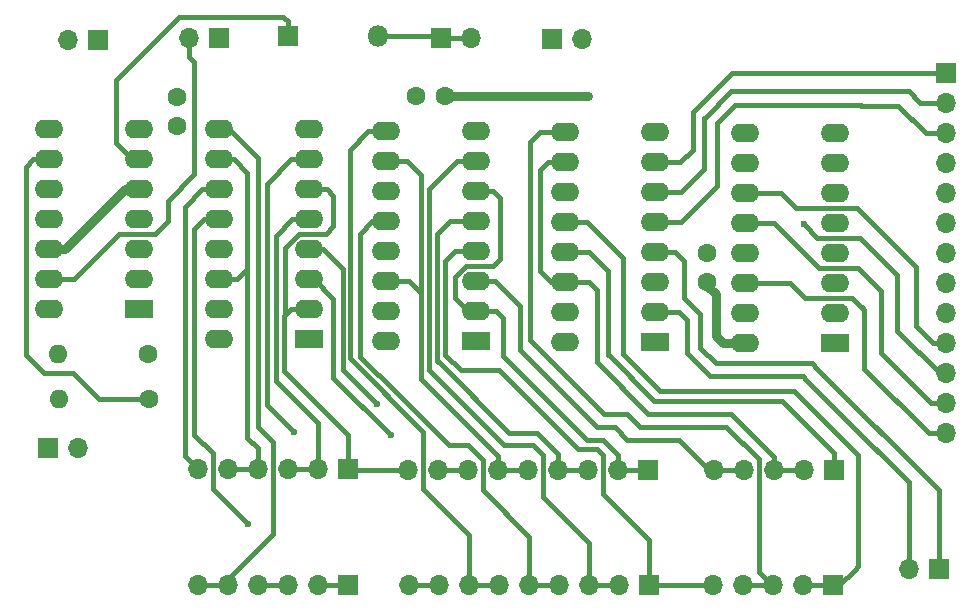
<source format=gtl>
G04 #@! TF.FileFunction,Copper,L1,Top,Signal*
%FSLAX46Y46*%
G04 Gerber Fmt 4.6, Leading zero omitted, Abs format (unit mm)*
G04 Created by KiCad (PCBNEW 4.0.4-stable) date 07/15/17 23:55:16*
%MOMM*%
%LPD*%
G01*
G04 APERTURE LIST*
%ADD10C,0.100000*%
%ADD11C,1.600000*%
%ADD12R,1.800000X1.800000*%
%ADD13O,1.800000X1.800000*%
%ADD14R,1.700000X1.700000*%
%ADD15O,1.700000X1.700000*%
%ADD16R,2.400000X1.600000*%
%ADD17O,2.400000X1.600000*%
%ADD18O,1.600000X1.600000*%
%ADD19C,0.600000*%
%ADD20C,0.750000*%
%ADD21C,0.400000*%
G04 APERTURE END LIST*
D10*
D11*
X185013600Y-83108800D03*
X185013600Y-80608800D03*
X140106400Y-69900800D03*
X140106400Y-67400800D03*
X162814000Y-67310000D03*
X160314000Y-67310000D03*
D12*
X149479000Y-62306200D03*
D13*
X157099000Y-62306200D03*
D14*
X195757800Y-99034600D03*
D15*
X193217800Y-99034600D03*
X190677800Y-99034600D03*
X188137800Y-99034600D03*
X185597800Y-99034600D03*
D14*
X195656200Y-108788200D03*
D15*
X193116200Y-108788200D03*
X190576200Y-108788200D03*
X188036200Y-108788200D03*
X185496200Y-108788200D03*
D14*
X179984400Y-98983800D03*
D15*
X177444400Y-98983800D03*
X174904400Y-98983800D03*
X172364400Y-98983800D03*
X169824400Y-98983800D03*
X167284400Y-98983800D03*
X164744400Y-98983800D03*
X162204400Y-98983800D03*
X159664400Y-98983800D03*
D14*
X180111400Y-108788200D03*
D15*
X177571400Y-108788200D03*
X175031400Y-108788200D03*
X172491400Y-108788200D03*
X169951400Y-108788200D03*
X167411400Y-108788200D03*
X164871400Y-108788200D03*
X162331400Y-108788200D03*
X159791400Y-108788200D03*
D14*
X154584400Y-98958400D03*
D15*
X152044400Y-98958400D03*
X149504400Y-98958400D03*
X146964400Y-98958400D03*
X144424400Y-98958400D03*
X141884400Y-98958400D03*
D14*
X154559000Y-108788200D03*
D15*
X152019000Y-108788200D03*
X149479000Y-108788200D03*
X146939000Y-108788200D03*
X144399000Y-108788200D03*
X141859000Y-108788200D03*
D14*
X205232000Y-65430400D03*
D15*
X205232000Y-67970400D03*
X205232000Y-70510400D03*
X205232000Y-73050400D03*
X205232000Y-75590400D03*
X205232000Y-78130400D03*
X205232000Y-80670400D03*
X205232000Y-83210400D03*
X205232000Y-85750400D03*
X205232000Y-88290400D03*
X205232000Y-90830400D03*
X205232000Y-93370400D03*
X205232000Y-95910400D03*
D14*
X204597000Y-107365800D03*
D15*
X202057000Y-107365800D03*
D14*
X143713200Y-62433200D03*
D15*
X141173200Y-62433200D03*
D14*
X129235200Y-97129600D03*
D15*
X131775200Y-97129600D03*
D14*
X171856400Y-62509400D03*
D15*
X174396400Y-62509400D03*
D14*
X162509200Y-62407800D03*
D15*
X165049200Y-62407800D03*
D14*
X133451600Y-62585600D03*
D15*
X130911600Y-62585600D03*
D16*
X136906000Y-85394800D03*
D17*
X129286000Y-70154800D03*
X136906000Y-82854800D03*
X129286000Y-72694800D03*
X136906000Y-80314800D03*
X129286000Y-75234800D03*
X136906000Y-77774800D03*
X129286000Y-77774800D03*
X136906000Y-75234800D03*
X129286000Y-80314800D03*
X136906000Y-72694800D03*
X129286000Y-82854800D03*
X136906000Y-70154800D03*
X129286000Y-85394800D03*
D16*
X151307800Y-87934800D03*
D17*
X143687800Y-70154800D03*
X151307800Y-85394800D03*
X143687800Y-72694800D03*
X151307800Y-82854800D03*
X143687800Y-75234800D03*
X151307800Y-80314800D03*
X143687800Y-77774800D03*
X151307800Y-77774800D03*
X143687800Y-80314800D03*
X151307800Y-75234800D03*
X143687800Y-82854800D03*
X151307800Y-72694800D03*
X143687800Y-85394800D03*
X151307800Y-70154800D03*
X143687800Y-87934800D03*
D16*
X165455600Y-88112600D03*
D17*
X157835600Y-70332600D03*
X165455600Y-85572600D03*
X157835600Y-72872600D03*
X165455600Y-83032600D03*
X157835600Y-75412600D03*
X165455600Y-80492600D03*
X157835600Y-77952600D03*
X165455600Y-77952600D03*
X157835600Y-80492600D03*
X165455600Y-75412600D03*
X157835600Y-83032600D03*
X165455600Y-72872600D03*
X157835600Y-85572600D03*
X165455600Y-70332600D03*
X157835600Y-88112600D03*
D16*
X180568600Y-88188800D03*
D17*
X172948600Y-70408800D03*
X180568600Y-85648800D03*
X172948600Y-72948800D03*
X180568600Y-83108800D03*
X172948600Y-75488800D03*
X180568600Y-80568800D03*
X172948600Y-78028800D03*
X180568600Y-78028800D03*
X172948600Y-80568800D03*
X180568600Y-75488800D03*
X172948600Y-83108800D03*
X180568600Y-72948800D03*
X172948600Y-85648800D03*
X180568600Y-70408800D03*
X172948600Y-88188800D03*
D16*
X195834000Y-88265000D03*
D17*
X188214000Y-70485000D03*
X195834000Y-85725000D03*
X188214000Y-73025000D03*
X195834000Y-83185000D03*
X188214000Y-75565000D03*
X195834000Y-80645000D03*
X188214000Y-78105000D03*
X195834000Y-78105000D03*
X188214000Y-80645000D03*
X195834000Y-75565000D03*
X188214000Y-83185000D03*
X195834000Y-73025000D03*
X188214000Y-85725000D03*
X195834000Y-70485000D03*
X188214000Y-88265000D03*
D11*
X137642600Y-89179400D03*
D18*
X130022600Y-89179400D03*
D11*
X137744200Y-92989400D03*
D18*
X130124200Y-92989400D03*
D19*
X174904400Y-67310000D03*
X158242000Y-96088200D03*
X157022800Y-93421200D03*
X149987000Y-95758000D03*
X146100800Y-103606600D03*
X193167000Y-78206600D03*
D20*
X185013600Y-83108800D02*
X185013600Y-83413600D01*
X185013600Y-83413600D02*
X185724800Y-84124800D01*
X185724800Y-84124800D02*
X185724800Y-87680800D01*
X185724800Y-87680800D02*
X186309000Y-88265000D01*
X186309000Y-88265000D02*
X188214000Y-88265000D01*
X174904400Y-67310000D02*
X162814000Y-67310000D01*
X129286000Y-80314800D02*
X130657600Y-80314800D01*
X130657600Y-80314800D02*
X135737600Y-75234800D01*
X135737600Y-75234800D02*
X136906000Y-75234800D01*
D21*
X134950200Y-71297800D02*
X134950200Y-66014600D01*
X134950200Y-66014600D02*
X137363200Y-63601600D01*
X140716000Y-60655200D02*
X140309600Y-60655200D01*
X140309600Y-60655200D02*
X137363200Y-63601600D01*
X149098000Y-60655200D02*
X140716000Y-60655200D01*
X149098000Y-60655200D02*
X149479000Y-61036200D01*
X149479000Y-61036200D02*
X149479000Y-62306200D01*
X136906000Y-72694800D02*
X136347200Y-72694800D01*
X136347200Y-72694800D02*
X134950200Y-71297800D01*
X162509200Y-62407800D02*
X165049200Y-62407800D01*
X157099000Y-62306200D02*
X162407600Y-62306200D01*
X162407600Y-62306200D02*
X162509200Y-62407800D01*
X180543200Y-93167200D02*
X191363600Y-93167200D01*
X191363600Y-93167200D02*
X195757800Y-97561400D01*
X195757800Y-97561400D02*
X195757800Y-99034600D01*
X174904400Y-80568800D02*
X175006000Y-80568800D01*
X175006000Y-80568800D02*
X176631600Y-82194400D01*
X176631600Y-89306400D02*
X176682400Y-89306400D01*
X176631600Y-88595200D02*
X176631600Y-82194400D01*
X195757800Y-99034600D02*
X195757800Y-97561400D01*
X176631600Y-88595200D02*
X176631600Y-89306400D01*
X176682400Y-89306400D02*
X180543200Y-93167200D01*
X174904400Y-80568800D02*
X172948600Y-80568800D01*
X175666400Y-89408000D02*
X175666400Y-89865200D01*
X175666400Y-89865200D02*
X180035200Y-94234000D01*
X175666400Y-89077800D02*
X175666400Y-89408000D01*
X180035200Y-94234000D02*
X187020200Y-94234000D01*
X172948600Y-83108800D02*
X171805600Y-83108800D01*
X171805600Y-83108800D02*
X170840400Y-82143600D01*
X171526200Y-72948800D02*
X172948600Y-72948800D01*
X170840400Y-73634600D02*
X171526200Y-72948800D01*
X170840400Y-82143600D02*
X170840400Y-73634600D01*
X190677800Y-99034600D02*
X190677800Y-97891600D01*
X190677800Y-97891600D02*
X187020200Y-94234000D01*
X175006000Y-83108800D02*
X172948600Y-83108800D01*
X175666400Y-83769200D02*
X175006000Y-83108800D01*
X175666400Y-89077800D02*
X175666400Y-83769200D01*
X193217800Y-99034600D02*
X190677800Y-99034600D01*
X169138600Y-88392000D02*
X169138600Y-88874600D01*
X169138600Y-88874600D02*
X175641000Y-95377000D01*
X165455600Y-83032600D02*
X167055800Y-83032600D01*
X167055800Y-83032600D02*
X167690800Y-83667600D01*
X167690800Y-83667600D02*
X169138600Y-85115400D01*
X177038000Y-95377000D02*
X177165000Y-95377000D01*
X178257200Y-96469200D02*
X179120800Y-96469200D01*
X177165000Y-95377000D02*
X178257200Y-96469200D01*
X179120800Y-96469200D02*
X182626000Y-96469200D01*
X185191400Y-99034600D02*
X182626000Y-96469200D01*
X177038000Y-95377000D02*
X175641000Y-95377000D01*
X169138600Y-88392000D02*
X169138600Y-85115400D01*
X185597800Y-99034600D02*
X185191400Y-99034600D01*
X188137800Y-99034600D02*
X185597800Y-99034600D01*
X172948600Y-78028800D02*
X174802800Y-78028800D01*
X174802800Y-78028800D02*
X175056800Y-78282800D01*
X175056800Y-78282800D02*
X177876200Y-81102200D01*
X177876200Y-88798400D02*
X177876200Y-89179400D01*
X177876200Y-88646000D02*
X177876200Y-81102200D01*
X196164200Y-108788200D02*
X197510400Y-107442000D01*
X181000400Y-92303600D02*
X188518800Y-92303600D01*
X177876200Y-88646000D02*
X177876200Y-88798400D01*
X197802500Y-107149900D02*
X197510400Y-107442000D01*
X197802500Y-97726500D02*
X197802500Y-107149900D01*
X192379600Y-92303600D02*
X197802500Y-97726500D01*
X188518800Y-92303600D02*
X192379600Y-92303600D01*
X177876200Y-89179400D02*
X181000400Y-92303600D01*
X195656200Y-108788200D02*
X196164200Y-108788200D01*
X193116200Y-108788200D02*
X195656200Y-108788200D01*
X170002200Y-86664800D02*
X170002200Y-88011000D01*
X170002200Y-88011000D02*
X170535600Y-88544400D01*
X178054000Y-94246700D02*
X178219100Y-94246700D01*
X178219100Y-94246700D02*
X179324000Y-95351600D01*
X170535600Y-88544400D02*
X176237900Y-94246700D01*
X179324000Y-95351600D02*
X186639200Y-95351600D01*
X176237900Y-94246700D02*
X178054000Y-94246700D01*
X189407800Y-107619800D02*
X190576200Y-108788200D01*
X189407800Y-98120200D02*
X189407800Y-107619800D01*
X186639200Y-95351600D02*
X189407800Y-98120200D01*
X172948600Y-70408800D02*
X170840400Y-70408800D01*
X170002200Y-71247000D02*
X170002200Y-86664800D01*
X170840400Y-70408800D02*
X170002200Y-71247000D01*
X188036200Y-108788200D02*
X190576200Y-108788200D01*
X164566600Y-90576400D02*
X164134800Y-90576400D01*
X163652200Y-80492600D02*
X165455600Y-80492600D01*
X162814000Y-81330800D02*
X163652200Y-80492600D01*
X162814000Y-89255600D02*
X162814000Y-81330800D01*
X164134800Y-90576400D02*
X162814000Y-89255600D01*
X177495200Y-102336600D02*
X177444400Y-102336600D01*
X167386000Y-90576400D02*
X164566600Y-90576400D01*
X174066200Y-97256600D02*
X167386000Y-90576400D01*
X175691800Y-97256600D02*
X174066200Y-97256600D01*
X176174400Y-97739200D02*
X175691800Y-97256600D01*
X176174400Y-101066600D02*
X176174400Y-97739200D01*
X177444400Y-102336600D02*
X176174400Y-101066600D01*
X180111400Y-104952800D02*
X180111400Y-108788200D01*
X177495200Y-102336600D02*
X180111400Y-104952800D01*
X180111400Y-108788200D02*
X185496200Y-108788200D01*
X167690800Y-86131400D02*
X167690800Y-89382600D01*
X167690800Y-89382600D02*
X168300400Y-89992200D01*
X165455600Y-85572600D02*
X164719000Y-85572600D01*
X164719000Y-85572600D02*
X163626800Y-84480400D01*
X166903400Y-75412600D02*
X165455600Y-75412600D01*
X167487600Y-75996800D02*
X166903400Y-75412600D01*
X167487600Y-81127600D02*
X167487600Y-75996800D01*
X166878000Y-81737200D02*
X167487600Y-81127600D01*
X164592000Y-81737200D02*
X166878000Y-81737200D01*
X163626800Y-82702400D02*
X164592000Y-81737200D01*
X163626800Y-84480400D02*
X163626800Y-82702400D01*
X165455600Y-85572600D02*
X167132000Y-85572600D01*
X177444400Y-97713800D02*
X177444400Y-98983800D01*
X168300400Y-89992200D02*
X174802800Y-96494600D01*
X174802800Y-96494600D02*
X176225200Y-96494600D01*
X176225200Y-96494600D02*
X177444400Y-97713800D01*
X167132000Y-85572600D02*
X167690800Y-86131400D01*
X179984400Y-98983800D02*
X177444400Y-98983800D01*
X162382200Y-89992200D02*
X162153600Y-89763600D01*
X163195000Y-77952600D02*
X165455600Y-77952600D01*
X162153600Y-78994000D02*
X163195000Y-77952600D01*
X162153600Y-89763600D02*
X162153600Y-78994000D01*
X168249600Y-95859600D02*
X170586400Y-95859600D01*
X162382200Y-89992200D02*
X168249600Y-95859600D01*
X172364400Y-97637600D02*
X172364400Y-98983800D01*
X170586400Y-95859600D02*
X172364400Y-97637600D01*
X174904400Y-98983800D02*
X172364400Y-98983800D01*
X160756600Y-83997800D02*
X160756600Y-74041000D01*
X159588200Y-72872600D02*
X157835600Y-72872600D01*
X160756600Y-74041000D02*
X159588200Y-72872600D01*
X167284400Y-98983800D02*
X167284400Y-97815400D01*
X159791400Y-83032600D02*
X157835600Y-83032600D01*
X160756600Y-83997800D02*
X159791400Y-83032600D01*
X160756600Y-91287600D02*
X160756600Y-83997800D01*
X167284400Y-97815400D02*
X160756600Y-91287600D01*
X169824400Y-98983800D02*
X167284400Y-98983800D01*
X151307800Y-82854800D02*
X151714200Y-82854800D01*
X151714200Y-82854800D02*
X153365200Y-84505800D01*
X153365200Y-91211400D02*
X158242000Y-96088200D01*
X153365200Y-84505800D02*
X153365200Y-91211400D01*
X164744400Y-98983800D02*
X162204400Y-98983800D01*
X149199600Y-89458800D02*
X149199600Y-90627200D01*
X149199600Y-90627200D02*
X154584400Y-96012000D01*
X149225000Y-85928200D02*
X149225000Y-80238600D01*
X152806400Y-75234800D02*
X151307800Y-75234800D01*
X153365200Y-75793600D02*
X152806400Y-75234800D01*
X153365200Y-78384400D02*
X153365200Y-75793600D01*
X152704800Y-79044800D02*
X153365200Y-78384400D01*
X150418800Y-79044800D02*
X152704800Y-79044800D01*
X149225000Y-80238600D02*
X150418800Y-79044800D01*
X154584400Y-98958400D02*
X154584400Y-96012000D01*
X149758400Y-85394800D02*
X151307800Y-85394800D01*
X149199600Y-85953600D02*
X149225000Y-85928200D01*
X149225000Y-85928200D02*
X149758400Y-85394800D01*
X149199600Y-89458800D02*
X149199600Y-85953600D01*
X159664400Y-98983800D02*
X154609800Y-98983800D01*
X154609800Y-98983800D02*
X154584400Y-98958400D01*
X165455600Y-72872600D02*
X163830000Y-72872600D01*
X175031400Y-105206800D02*
X175031400Y-108788200D01*
X171094400Y-101269800D02*
X175031400Y-105206800D01*
X171094400Y-97739200D02*
X171094400Y-101269800D01*
X170230800Y-96875600D02*
X171094400Y-97739200D01*
X167817800Y-96875600D02*
X170230800Y-96875600D01*
X161467800Y-90525600D02*
X167817800Y-96875600D01*
X161467800Y-75234800D02*
X161467800Y-90525600D01*
X163830000Y-72872600D02*
X161467800Y-75234800D01*
X175031400Y-108788200D02*
X177571400Y-108788200D01*
X157175200Y-91008200D02*
X157200600Y-91008200D01*
X163118800Y-96926400D02*
X164744400Y-96926400D01*
X157200600Y-91008200D02*
X163118800Y-96926400D01*
X169951400Y-108788200D02*
X169951400Y-104673400D01*
X169951400Y-104673400D02*
X166014400Y-100736400D01*
X166014400Y-100736400D02*
X166014400Y-98196400D01*
X166014400Y-98196400D02*
X164744400Y-96926400D01*
X155600400Y-78994000D02*
X156641800Y-77952600D01*
X155600400Y-89433400D02*
X155600400Y-78994000D01*
X157175200Y-91008200D02*
X155600400Y-89433400D01*
X156641800Y-77952600D02*
X157835600Y-77952600D01*
X169951400Y-108788200D02*
X172491400Y-108788200D01*
X164871400Y-108788200D02*
X164871400Y-104521000D01*
X156311600Y-70332600D02*
X157835600Y-70332600D01*
X154736800Y-71907400D02*
X156311600Y-70332600D01*
X154736800Y-89560400D02*
X154736800Y-71907400D01*
X160934400Y-95758000D02*
X154736800Y-89560400D01*
X160934400Y-100584000D02*
X160934400Y-95758000D01*
X164871400Y-104521000D02*
X160934400Y-100584000D01*
X164871400Y-108788200D02*
X167411400Y-108788200D01*
X151307800Y-80314800D02*
X152450800Y-80314800D01*
X152450800Y-80314800D02*
X154136798Y-82000798D01*
X154136798Y-82000798D02*
X154136798Y-90535198D01*
X154136798Y-90535198D02*
X157022800Y-93421200D01*
X159791400Y-108788200D02*
X162331400Y-108788200D01*
X148488400Y-90017600D02*
X148488400Y-91440000D01*
X148488400Y-91440000D02*
X152044400Y-94996000D01*
X152044400Y-98958400D02*
X152044400Y-94996000D01*
X149885400Y-77774800D02*
X151307800Y-77774800D01*
X148488400Y-79171800D02*
X149885400Y-77774800D01*
X148488400Y-90017600D02*
X148488400Y-79171800D01*
X152044400Y-98958400D02*
X149504400Y-98958400D01*
X146075400Y-82016600D02*
X146075400Y-96291400D01*
X146964400Y-97180400D02*
X146964400Y-98958400D01*
X146075400Y-96291400D02*
X146964400Y-97180400D01*
X143687800Y-72694800D02*
X144932400Y-72694800D01*
X145237200Y-82854800D02*
X143687800Y-82854800D01*
X146075400Y-82016600D02*
X145237200Y-82854800D01*
X146075400Y-73837800D02*
X146075400Y-82016600D01*
X144932400Y-72694800D02*
X146075400Y-73837800D01*
X146964400Y-98958400D02*
X144424400Y-98958400D01*
X142290800Y-75234800D02*
X142240000Y-75234800D01*
X142240000Y-75234800D02*
X140766800Y-76708000D01*
X140766800Y-94691200D02*
X140766800Y-97840800D01*
X140766800Y-97840800D02*
X141884400Y-98958400D01*
X143687800Y-75234800D02*
X142290800Y-75234800D01*
X140766800Y-76708000D02*
X140766800Y-94691200D01*
X149809200Y-72694800D02*
X147701000Y-74803000D01*
X147701000Y-74803000D02*
X147701000Y-93472000D01*
X147701000Y-93472000D02*
X149987000Y-95758000D01*
X149809200Y-72694800D02*
X151307800Y-72694800D01*
X152019000Y-108788200D02*
X154559000Y-108788200D01*
X141592300Y-93713300D02*
X141592300Y-96024700D01*
X141592300Y-96024700D02*
X143154400Y-97586800D01*
X143687800Y-77774800D02*
X142443200Y-77774800D01*
X143154400Y-100660200D02*
X146100800Y-103606600D01*
X143154400Y-97586800D02*
X143154400Y-100660200D01*
X141579600Y-93700600D02*
X141592300Y-93713300D01*
X141579600Y-78638400D02*
X141579600Y-93700600D01*
X142443200Y-77774800D02*
X141579600Y-78638400D01*
X146939000Y-108788200D02*
X149479000Y-108788200D01*
X146964400Y-72618600D02*
X146964400Y-95351600D01*
X146964400Y-95351600D02*
X148234400Y-96621600D01*
X143687800Y-70154800D02*
X144500600Y-70154800D01*
X144500600Y-70154800D02*
X146964400Y-72618600D01*
X148234400Y-96621600D02*
X148234400Y-104444800D01*
X148234400Y-104444800D02*
X144399000Y-108280200D01*
X144399000Y-108280200D02*
X144399000Y-108788200D01*
X141859000Y-108788200D02*
X144399000Y-108788200D01*
X182575200Y-72948800D02*
X182727600Y-72948800D01*
X182727600Y-72948800D02*
X183794400Y-71882000D01*
X183794400Y-68935600D02*
X183794400Y-68732400D01*
X183794400Y-68732400D02*
X187096400Y-65430400D01*
X202946000Y-65430400D02*
X187096400Y-65430400D01*
X180568600Y-72948800D02*
X182575200Y-72948800D01*
X183794400Y-71882000D02*
X183794400Y-68935600D01*
X202844400Y-65430400D02*
X202946000Y-65430400D01*
X202946000Y-65430400D02*
X205232000Y-65430400D01*
X182575200Y-75488800D02*
X182778400Y-75488800D01*
X182778400Y-75488800D02*
X184759600Y-73507600D01*
X184759600Y-69189600D02*
X184810400Y-69189600D01*
X184810400Y-69189600D02*
X187045600Y-66954400D01*
X202946000Y-67818000D02*
X202946000Y-67868800D01*
X202946000Y-67818000D02*
X202082400Y-66954400D01*
X199898000Y-66954400D02*
X202082400Y-66954400D01*
X203047600Y-67970400D02*
X205232000Y-67970400D01*
X202946000Y-67868800D02*
X203047600Y-67970400D01*
X180568600Y-75488800D02*
X182575200Y-75488800D01*
X187045600Y-66954400D02*
X199898000Y-66954400D01*
X184759600Y-73507600D02*
X184759600Y-69189600D01*
X199898000Y-66954400D02*
X200152000Y-66954400D01*
X182778400Y-78028800D02*
X185851800Y-74955400D01*
X185851800Y-69697600D02*
X185851800Y-69672200D01*
X185851800Y-69672200D02*
X187401200Y-68122800D01*
X198031100Y-68160900D02*
X201155300Y-68160900D01*
X201155300Y-68160900D02*
X203504800Y-70510400D01*
X180568600Y-78028800D02*
X182778400Y-78028800D01*
X203504800Y-70510400D02*
X205232000Y-70510400D01*
X197993000Y-68122800D02*
X198031100Y-68160900D01*
X187401200Y-68122800D02*
X197993000Y-68122800D01*
X185851800Y-74955400D02*
X185851800Y-69697600D01*
X196850000Y-76809600D02*
X197662800Y-76809600D01*
X197662800Y-76809600D02*
X198221600Y-77368400D01*
X198221600Y-77368400D02*
X202666600Y-81813400D01*
X205232000Y-88290400D02*
X204165200Y-88290400D01*
X202666600Y-86791800D02*
X202666600Y-81813400D01*
X204165200Y-88290400D02*
X202666600Y-86791800D01*
X191262000Y-75565000D02*
X188214000Y-75565000D01*
X192506600Y-76809600D02*
X191262000Y-75565000D01*
X196850000Y-76809600D02*
X192506600Y-76809600D01*
X197815200Y-79375000D02*
X197942200Y-79375000D01*
X197942200Y-79375000D02*
X201091800Y-82524600D01*
X205232000Y-90830400D02*
X204698600Y-90830400D01*
X194335400Y-79375000D02*
X193167000Y-78206600D01*
X197815200Y-79375000D02*
X194335400Y-79375000D01*
X201091800Y-87223600D02*
X201091800Y-82524600D01*
X204698600Y-90830400D02*
X201091800Y-87223600D01*
X199694800Y-89103200D02*
X199694800Y-83820000D01*
X199694800Y-83820000D02*
X197789800Y-81915000D01*
X205232000Y-93370400D02*
X203962000Y-93370400D01*
X190652400Y-78105000D02*
X188214000Y-78105000D01*
X197789800Y-81915000D02*
X194462400Y-81915000D01*
X194462400Y-81915000D02*
X190652400Y-78105000D01*
X203962000Y-93370400D02*
X199694800Y-89103200D01*
X198056500Y-85255100D02*
X198081900Y-85255100D01*
X198323200Y-85496400D02*
X198323200Y-90474800D01*
X198081900Y-85255100D02*
X198323200Y-85496400D01*
X205232000Y-95910400D02*
X203758800Y-95910400D01*
X203758800Y-95910400D02*
X198323200Y-90474800D01*
X192049400Y-83185000D02*
X188214000Y-83185000D01*
X193319400Y-84455000D02*
X192049400Y-83185000D01*
X197256400Y-84455000D02*
X193319400Y-84455000D01*
X198056500Y-85255100D02*
X197256400Y-84455000D01*
X185724800Y-89966800D02*
X193852800Y-89966800D01*
X193852800Y-89966800D02*
X194310000Y-90424000D01*
X204597000Y-100711000D02*
X204597000Y-107365800D01*
X194310000Y-90424000D02*
X204597000Y-100711000D01*
X184404000Y-88290400D02*
X184404000Y-88646000D01*
X184404000Y-88646000D02*
X185724800Y-89966800D01*
X182219600Y-80568800D02*
X182321200Y-80568800D01*
X183083200Y-81330800D02*
X183083200Y-84480400D01*
X182321200Y-80568800D02*
X183083200Y-81330800D01*
X184404000Y-85801200D02*
X184404000Y-88290400D01*
X183083200Y-84480400D02*
X184404000Y-85801200D01*
X182219600Y-80568800D02*
X180568600Y-80568800D01*
X185267600Y-91084400D02*
X193090800Y-91084400D01*
X193090800Y-91084400D02*
X193446400Y-91440000D01*
X193446400Y-91440000D02*
X196596000Y-94589600D01*
X183299100Y-89052400D02*
X183299100Y-89115900D01*
X183299100Y-89115900D02*
X185267600Y-91084400D01*
X183299100Y-86296500D02*
X183299100Y-89052400D01*
X202057000Y-107365800D02*
X202057000Y-100050600D01*
X202057000Y-100050600D02*
X196596000Y-94589600D01*
X182651400Y-85648800D02*
X180568600Y-85648800D01*
X183299100Y-86296500D02*
X182651400Y-85648800D01*
X129286000Y-82854800D02*
X131368800Y-82854800D01*
X141579600Y-68529200D02*
X141579600Y-73964800D01*
X141579600Y-73964800D02*
X139344400Y-76200000D01*
X139344400Y-76200000D02*
X139344400Y-77927200D01*
X141173200Y-64058800D02*
X141173200Y-62433200D01*
X141579600Y-64465200D02*
X141173200Y-64058800D01*
X141579600Y-68529200D02*
X141579600Y-64465200D01*
X131902200Y-82321400D02*
X135178800Y-79044800D01*
X135178800Y-79044800D02*
X138226800Y-79044800D01*
X138226800Y-79044800D02*
X139344400Y-77927200D01*
X131902200Y-82321400D02*
X131368800Y-82854800D01*
X137744200Y-92989400D02*
X133477000Y-92989400D01*
X127965200Y-72694800D02*
X129286000Y-72694800D01*
X127304800Y-73355200D02*
X127965200Y-72694800D01*
X127304800Y-89255600D02*
X127304800Y-73355200D01*
X128879600Y-90830400D02*
X127304800Y-89255600D01*
X131318000Y-90830400D02*
X128879600Y-90830400D01*
X133477000Y-92989400D02*
X131318000Y-90830400D01*
M02*

</source>
